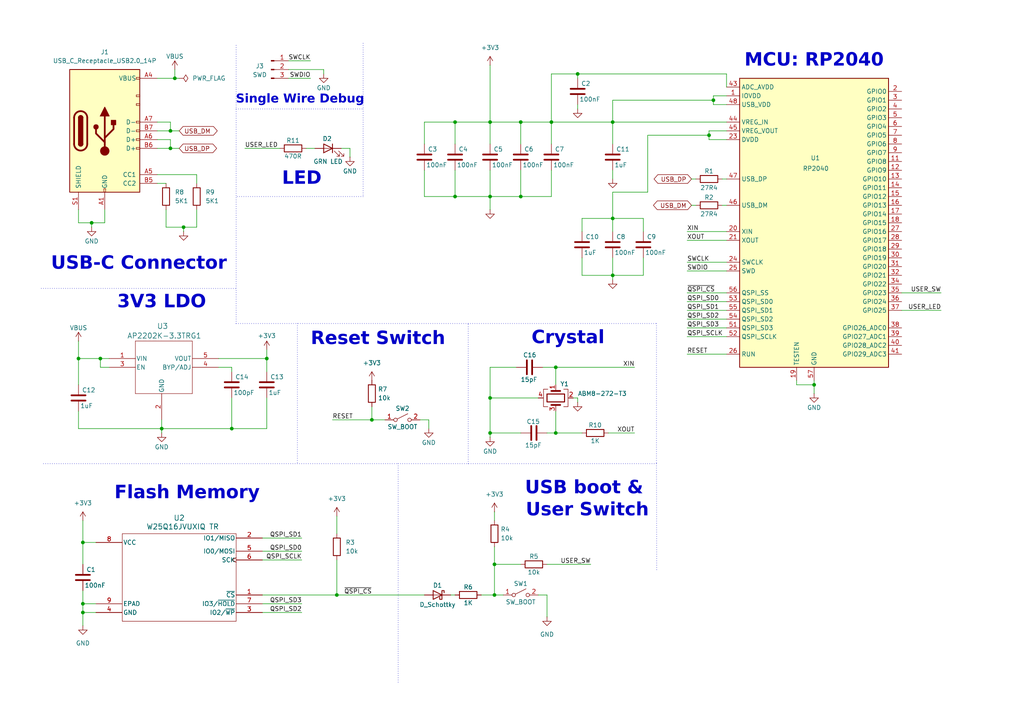
<source format=kicad_sch>
(kicad_sch (version 20231120) (generator "eeschema") (generator_version "8.0")
  (paper "A4")
  (lib_symbols
    (symbol "AP2202K-3.3TRG1:AP2202K-3.3TRG1" (pin_names (offset 0.254))
      (property "Reference" "U3" (at 15.494 9.398 0))
      (property "Value" "AP2202K-3.3TRG1" (at 16.002 6.604 0))
      (symbol "AP2202K-3.3TRG1_0_1"
        (polyline (pts (xy 7.62 -10.16) (xy 24.13 -10.16)) (stroke (width 0.127)))
        (polyline (pts (xy 7.62 5.08) (xy 7.62 -10.16)) (stroke (width 0.127)))
        (polyline (pts (xy 24.13 -10.16) (xy 24.13 5.08)) (stroke (width 0.127)))
        (polyline (pts (xy 24.13 5.08) (xy 7.62 5.08)) (stroke (width 0.127)))
        (pin input line (at 0 0 0) (length 7.62) (name "VIN") (number "1"))
        (pin power_out line (at 15.24 -17.78 90) (length 7.62) (name "GND") (number "2"))
        (pin input line (at 0 -2.54 0) (length 7.62) (name "EN") (number "3"))
        (pin output line (at 31.75 -2.54 180) (length 7.62) (name "BYP/ADJ") (number "4"))
        (pin output line (at 31.75 0 180) (length 7.62) (name "VOUT") (number "5"))
      )
    )
    (symbol "Connector:Conn_01x03_Pin" (pin_names (offset 1.016) hide)
      (property "Reference" "J" (at 0 5.08 0))
      (property "Value" "Conn_01x03_Pin" (at 0 -5.08 0))
      (symbol "Conn_01x03_Pin_1_1"
        (polyline (pts (xy 1.27 -2.54) (xy 0.8636 -2.54)) (stroke (width 0.1524)))
        (polyline (pts (xy 1.27 0) (xy 0.8636 0)) (stroke (width 0.1524)))
        (polyline (pts (xy 1.27 2.54) (xy 0.8636 2.54)) (stroke (width 0.1524)))
        (rectangle (start 0.8636 -2.413) (end 0 -2.667) (stroke (width 0.1524)) (fill (type outline)))
        (rectangle (start 0.8636 0.127) (end 0 -0.127) (stroke (width 0.1524)) (fill (type outline)))
        (rectangle (start 0.8636 2.667) (end 0 2.413) (stroke (width 0.1524)) (fill (type outline)))
        (pin passive line (at 5.08 2.54 180) (length 3.81) (name "Pin_1") (number "1"))
        (pin passive line (at 5.08 0 180) (length 3.81) (name "Pin_2") (number "2"))
        (pin passive line (at 5.08 -2.54 180) (length 3.81) (name "Pin_3") (number "3"))
      )
    )
    (symbol "Connector:USB_C_Receptacle_USB2.0_14P" (pin_names (offset 1.016))
      (property "Reference" "J1" (at 0 22.86 0))
      (property "Value" "USB_C_Receptacle_USB2.0_14P" (at 0 20.32 0))
      (symbol "USB_C_Receptacle_USB2.0_14P_0_0"
        (rectangle (start -0.254 -17.78) (end 0.254 -16.764))
        (rectangle (start 10.16 -4.826) (end 9.144 -5.334))
        (rectangle (start 10.16 -2.286) (end 9.144 -2.794))
        (rectangle (start 10.16 0.254) (end 9.144 -0.254))
        (rectangle (start 10.16 2.794) (end 9.144 2.286))
        (rectangle (start 10.16 7.874) (end 9.144 7.366))
        (rectangle (start 10.16 10.414) (end 9.144 9.906))
        (rectangle (start 10.16 15.494) (end 9.144 14.986))
      )
      (symbol "USB_C_Receptacle_USB2.0_14P_0_1"
        (rectangle (start -10.16 17.78) (end 10.16 -17.78) (stroke (width 0.254)) (fill (type background)))
        (arc (start -8.89 -3.81) (mid -6.985 -5.7067) (end -5.08 -3.81) (stroke (width 0.508)))
        (arc (start -7.62 -3.81) (mid -6.985 -4.4423) (end -6.35 -3.81) (stroke (width 0.254)))
        (arc (start -7.62 -3.81) (mid -6.985 -4.4423) (end -6.35 -3.81) (stroke (width 0.254)) (fill (type outline)))
        (rectangle (start -7.62 -3.81) (end -6.35 3.81) (stroke (width 0.254)) (fill (type outline)))
        (arc (start -6.35 3.81) (mid -6.985 4.4423) (end -7.62 3.81) (stroke (width 0.254)))
        (arc (start -6.35 3.81) (mid -6.985 4.4423) (end -7.62 3.81) (stroke (width 0.254)) (fill (type outline)))
        (arc (start -5.08 3.81) (mid -6.985 5.7067) (end -8.89 3.81) (stroke (width 0.508)))
        (circle (center -2.54 1.143) (radius 0.635) (stroke (width 0.254)) (fill (type outline)))
        (circle (center 0 -5.842) (radius 1.27) (fill (type outline)))
        (polyline (pts (xy -8.89 -3.81) (xy -8.89 3.81)) (stroke (width 0.508)))
        (polyline (pts (xy -5.08 3.81) (xy -5.08 -3.81)) (stroke (width 0.508)))
        (polyline (pts (xy 0 -5.842) (xy 0 4.318)) (stroke (width 0.508)))
        (polyline (pts (xy 0 -3.302) (xy -2.54 -0.762) (xy -2.54 0.508)) (stroke (width 0.508)))
        (polyline (pts (xy 0 -2.032) (xy 2.54 0.508) (xy 2.54 1.778)) (stroke (width 0.508)))
        (polyline (pts (xy -1.27 4.318) (xy 0 6.858) (xy 1.27 4.318) (xy -1.27 4.318)) (stroke (width 0.254)) (fill (type outline)))
        (rectangle (start 1.905 1.778) (end 3.175 3.048) (stroke (width 0.254)) (fill (type outline)))
      )
      (symbol "USB_C_Receptacle_USB2.0_14P_1_1"
        (pin passive line (at 0 -22.86 90) (length 5.08) (name "GND") (number "A1"))
        (pin passive line (at 0 -22.86 90) (length 5.08) hide (name "GND") (number "A12"))
        (pin passive line (at 15.24 15.24 180) (length 5.08) (name "VBUS") (number "A4"))
        (pin bidirectional line (at 15.24 -12.7 180) (length 5.08) (name "CC1") (number "A5"))
        (pin bidirectional line (at 15.24 -2.54 180) (length 5.08) (name "D+") (number "A6"))
        (pin bidirectional line (at 15.24 2.54 180) (length 5.08) (name "D-") (number "A7"))
        (pin passive line (at 15.24 15.24 180) (length 5.08) hide (name "VBUS") (number "A9"))
        (pin passive line (at 0 -22.86 90) (length 5.08) hide (name "GND") (number "B1"))
        (pin passive line (at 0 -22.86 90) (length 5.08) hide (name "GND") (number "B12"))
        (pin passive line (at 15.24 15.24 180) (length 5.08) hide (name "VBUS") (number "B4"))
        (pin bidirectional line (at 15.24 -15.24 180) (length 5.08) (name "CC2") (number "B5"))
        (pin bidirectional line (at 15.24 -5.08 180) (length 5.08) (name "D+") (number "B6"))
        (pin bidirectional line (at 15.24 0 180) (length 5.08) (name "D-") (number "B7"))
        (pin passive line (at 15.24 15.24 180) (length 5.08) hide (name "VBUS") (number "B9"))
        (pin passive line (at -7.62 -22.86 90) (length 5.08) (name "SHIELD") (number "S1"))
      )
    )
    (symbol "Device:C" (pin_numbers hide) (pin_names (offset 0.254))
      (property "Reference" "C" (at 0.635 2.54 0))
      (property "Value" "C" (at 0.635 -2.54 0))
      (symbol "C_0_1"
        (polyline (pts (xy -2.032 -0.762) (xy 2.032 -0.762)) (stroke (width 0.508)))
        (polyline (pts (xy -2.032 0.762) (xy 2.032 0.762)) (stroke (width 0.508)))
      )
      (symbol "C_1_1"
        (pin passive line (at 0 3.81 270) (length 2.794) (name "~") (number "1"))
        (pin passive line (at 0 -3.81 90) (length 2.794) (name "~") (number "2"))
      )
    )
    (symbol "Device:Crystal_GND24" (pin_names (offset 1.016) hide)
      (property "Reference" "Y" (at 3.175 5.08 0))
      (property "Value" "Crystal_GND24" (at 3.175 3.175 0))
      (symbol "Crystal_GND24_0_1"
        (rectangle (start -1.143 2.54) (end 1.143 -2.54) (stroke (width 0.3048)))
        (polyline (pts (xy -2.54 0) (xy -2.032 0)))
        (polyline (pts (xy -2.032 -1.27) (xy -2.032 1.27)) (stroke (width 0.508)))
        (polyline (pts (xy 0 -3.81) (xy 0 -3.556)))
        (polyline (pts (xy 0 3.556) (xy 0 3.81)))
        (polyline (pts (xy 2.032 -1.27) (xy 2.032 1.27)) (stroke (width 0.508)))
        (polyline (pts (xy 2.032 0) (xy 2.54 0)))
        (polyline (pts (xy -2.54 -2.286) (xy -2.54 -3.556) (xy 2.54 -3.556) (xy 2.54 -2.286)))
        (polyline (pts (xy -2.54 2.286) (xy -2.54 3.556) (xy 2.54 3.556) (xy 2.54 2.286)))
      )
      (symbol "Crystal_GND24_1_1"
        (pin passive line (at -3.81 0 0) (length 1.27) (name "1") (number "1"))
        (pin passive line (at 0 5.08 270) (length 1.27) (name "2") (number "2"))
        (pin passive line (at 3.81 0 180) (length 1.27) (name "3") (number "3"))
        (pin passive line (at 0 -5.08 90) (length 1.27) (name "4") (number "4"))
      )
    )
    (symbol "Device:D_Schottky" (pin_numbers hide) (pin_names (offset 1.016) hide)
      (property "Reference" "D" (at 0 2.54 0))
      (property "Value" "D_Schottky" (at 0 -2.54 0))
      (symbol "D_Schottky_0_1"
        (polyline (pts (xy 1.27 0) (xy -1.27 0)))
        (polyline (pts (xy 1.27 1.27) (xy 1.27 -1.27) (xy -1.27 0) (xy 1.27 1.27)) (stroke (width 0.254)))
        (polyline (pts (xy -1.905 0.635) (xy -1.905 1.27) (xy -1.27 1.27) (xy -1.27 -1.27) (xy -0.635 -1.27) (xy -0.635 -0.635)) (stroke (width 0.254)))
      )
      (symbol "D_Schottky_1_1"
        (pin passive line (at -3.81 0 0) (length 2.54) (name "K") (number "1"))
        (pin passive line (at 3.81 0 180) (length 2.54) (name "A") (number "2"))
      )
    )
    (symbol "Device:LED" (pin_numbers hide) (pin_names (offset 1.016) hide)
      (property "Reference" "D" (at 0 2.54 0))
      (property "Value" "LED" (at 0 -2.54 0))
      (symbol "LED_0_1"
        (polyline (pts (xy -1.27 -1.27) (xy -1.27 1.27)) (stroke (width 0.254)))
        (polyline (pts (xy -1.27 0) (xy 1.27 0)))
        (polyline (pts (xy 1.27 -1.27) (xy 1.27 1.27) (xy -1.27 0) (xy 1.27 -1.27)) (stroke (width 0.254)))
        (polyline (pts (xy -3.048 -0.762) (xy -4.572 -2.286) (xy -3.81 -2.286) (xy -4.572 -2.286) (xy -4.572 -1.524)))
        (polyline (pts (xy -1.778 -0.762) (xy -3.302 -2.286) (xy -2.54 -2.286) (xy -3.302 -2.286) (xy -3.302 -1.524)))
      )
      (symbol "LED_1_1"
        (pin passive line (at -3.81 0 0) (length 2.54) (name "K") (number "1"))
        (pin passive line (at 3.81 0 180) (length 2.54) (name "A") (number "2"))
      )
    )
    (symbol "Device:R" (pin_numbers hide) (pin_names (offset 0))
      (property "Reference" "R" (at 2.032 0 90))
      (property "Value" "R" (at 0 0 90))
      (symbol "R_0_1"
        (rectangle (start -1.016 -2.54) (end 1.016 2.54) (stroke (width 0.254)))
      )
      (symbol "R_1_1"
        (pin passive line (at 0 3.81 270) (length 1.27) (name "~") (number "1"))
        (pin passive line (at 0 -3.81 90) (length 1.27) (name "~") (number "2"))
      )
    )
    (symbol "MCU_RaspberryPi:RP2040"
      (property "Reference" "U1" (at 2.1941 -44.45 0))
      (property "Value" "RP2040" (at 2.1941 -46.99 0))
      (symbol "RP2040_0_1"
        (rectangle (start -21.59 41.91) (end 21.59 -41.91) (stroke (width 0.254)) (fill (type background)))
      )
      (symbol "RP2040_1_1"
        (pin power_in line (at -25.4 36.83 0) (length 3.81) (name "IOVDD") (number "1"))
        (pin passive line (at 2.54 45.72 270) (length 3.81) hide (name "IOVDD") (number "10"))
        (pin bidirectional line (at 25.4 17.78 180) (length 3.81) (name "GPIO8") (number "11"))
        (pin bidirectional line (at 25.4 15.24 180) (length 3.81) (name "GPIO9") (number "12"))
        (pin bidirectional line (at 25.4 12.7 180) (length 3.81) (name "GPIO10") (number "13"))
        (pin bidirectional line (at 25.4 10.16 180) (length 3.81) (name "GPIO11") (number "14"))
        (pin bidirectional line (at 25.4 7.62 180) (length 3.81) (name "GPIO12") (number "15"))
        (pin bidirectional line (at 25.4 5.08 180) (length 3.81) (name "GPIO13") (number "16"))
        (pin bidirectional line (at 25.4 2.54 180) (length 3.81) (name "GPIO14") (number "17"))
        (pin bidirectional line (at 25.4 0 180) (length 3.81) (name "GPIO15") (number "18"))
        (pin input line (at -5.08 -45.72 90) (length 3.81) (name "TESTEN") (number "19"))
        (pin bidirectional line (at 25.4 38.1 180) (length 3.81) (name "GPIO0") (number "2"))
        (pin input line (at -25.4 -2.54 0) (length 3.81) (name "XIN") (number "20"))
        (pin passive line (at -25.4 -5.08 0) (length 3.81) (name "XOUT") (number "21"))
        (pin passive line (at 2.54 45.72 270) (length 3.81) hide (name "IOVDD") (number "22"))
        (pin power_in line (at -25.4 24.13 0) (length 3.81) (name "DVDD") (number "23"))
        (pin input line (at -25.4 -11.43 0) (length 3.81) (name "SWCLK") (number "24"))
        (pin bidirectional line (at -25.4 -13.97 0) (length 3.81) (name "SWD") (number "25"))
        (pin input line (at -25.4 -38.1 0) (length 3.81) (name "RUN") (number "26"))
        (pin bidirectional line (at 25.4 -2.54 180) (length 3.81) (name "GPIO16") (number "27"))
        (pin bidirectional line (at 25.4 -5.08 180) (length 3.81) (name "GPIO17") (number "28"))
        (pin bidirectional line (at 25.4 -7.62 180) (length 3.81) (name "GPIO18") (number "29"))
        (pin bidirectional line (at 25.4 35.56 180) (length 3.81) (name "GPIO1") (number "3"))
        (pin bidirectional line (at 25.4 -10.16 180) (length 3.81) (name "GPIO19") (number "30"))
        (pin bidirectional line (at 25.4 -12.7 180) (length 3.81) (name "GPIO20") (number "31"))
        (pin bidirectional line (at 25.4 -15.24 180) (length 3.81) (name "GPIO21") (number "32"))
        (pin passive line (at 2.54 45.72 270) (length 3.81) hide (name "IOVDD") (number "33"))
        (pin bidirectional line (at 25.4 -17.78 180) (length 3.81) (name "GPIO22") (number "34"))
        (pin bidirectional line (at 25.4 -20.32 180) (length 3.81) (name "GPIO23") (number "35"))
        (pin bidirectional line (at 25.4 -22.86 180) (length 3.81) (name "GPIO24") (number "36"))
        (pin bidirectional line (at 25.4 -25.4 180) (length 3.81) (name "GPIO25") (number "37"))
        (pin bidirectional line (at 25.4 -30.48 180) (length 3.81) (name "GPIO26_ADC0") (number "38"))
        (pin bidirectional line (at 25.4 -33.02 180) (length 3.81) (name "GPIO27_ADC1") (number "39"))
        (pin bidirectional line (at 25.4 33.02 180) (length 3.81) (name "GPIO2") (number "4"))
        (pin bidirectional line (at 25.4 -35.56 180) (length 3.81) (name "GPIO28_ADC2") (number "40"))
        (pin bidirectional line (at 25.4 -38.1 180) (length 3.81) (name "GPIO29_ADC3") (number "41"))
        (pin passive line (at 2.54 45.72 270) (length 3.81) hide (name "IOVDD") (number "42"))
        (pin power_in line (at -25.4 39.37 0) (length 3.81) (name "ADC_AVDD") (number "43"))
        (pin power_in line (at -25.4 29.21 0) (length 3.81) (name "VREG_IN") (number "44"))
        (pin power_out line (at -25.4 26.67 0) (length 3.81) (name "VREG_VOUT") (number "45"))
        (pin bidirectional line (at -25.4 5.08 0) (length 3.81) (name "USB_DM") (number "46"))
        (pin bidirectional line (at -25.4 12.7 0) (length 3.81) (name "USB_DP") (number "47"))
        (pin power_in line (at -25.4 34.29 0) (length 3.81) (name "USB_VDD") (number "48"))
        (pin passive line (at 2.54 45.72 270) (length 3.81) hide (name "IOVDD") (number "49"))
        (pin bidirectional line (at 25.4 30.48 180) (length 3.81) (name "GPIO3") (number "5"))
        (pin passive line (at -2.54 45.72 270) (length 3.81) hide (name "DVDD") (number "50"))
        (pin bidirectional line (at -25.4 -30.48 0) (length 3.81) (name "QSPI_SD3") (number "51"))
        (pin output line (at -25.4 -33.02 0) (length 3.81) (name "QSPI_SCLK") (number "52"))
        (pin bidirectional line (at -25.4 -22.86 0) (length 3.81) (name "QSPI_SD0") (number "53"))
        (pin bidirectional line (at -25.4 -27.94 0) (length 3.81) (name "QSPI_SD2") (number "54"))
        (pin bidirectional line (at -25.4 -25.4 0) (length 3.81) (name "QSPI_SD1") (number "55"))
        (pin bidirectional line (at -25.4 -20.32 0) (length 3.81) (name "QSPI_SS") (number "56"))
        (pin power_in line (at 0 -45.72 90) (length 3.81) (name "GND") (number "57"))
        (pin bidirectional line (at 25.4 27.94 180) (length 3.81) (name "GPIO4") (number "6"))
        (pin bidirectional line (at 25.4 25.4 180) (length 3.81) (name "GPIO5") (number "7"))
        (pin bidirectional line (at 25.4 22.86 180) (length 3.81) (name "GPIO6") (number "8"))
        (pin bidirectional line (at 25.4 20.32 180) (length 3.81) (name "GPIO7") (number "9"))
      )
    )
    (symbol "Switch:SW_SPST" (pin_names (offset 0) hide)
      (property "Reference" "SW" (at 0 3.175 0))
      (property "Value" "SW_SPST" (at 0 -2.54 0))
      (symbol "SW_SPST_0_0"
        (circle (center -2.032 0) (radius 0.508))
        (polyline (pts (xy -1.524 0.254) (xy 1.524 1.778)))
        (circle (center 2.032 0) (radius 0.508))
      )
      (symbol "SW_SPST_1_1"
        (pin passive line (at -5.08 0 0) (length 2.54) (name "A") (number "1"))
        (pin passive line (at 5.08 0 180) (length 2.54) (name "B") (number "2"))
      )
    )
    (symbol "W25Q16JVUXIQ TR:W25Q16JVUXIQ_TR" (pin_names (offset 0.254))
      (property "Reference" "U2" (at 24.13 12.192 0))
      (property "Value" "W25Q16JVUXIQ TR" (at 25.146 9.652 0))
      (symbol "W25Q16JVUXIQ_TR_0_1"
        (polyline (pts (xy 7.62 -17.78) (xy 40.64 -17.78)) (stroke (width 0.127)))
        (polyline (pts (xy 7.62 7.62) (xy 7.62 -17.78)) (stroke (width 0.127)))
        (polyline (pts (xy 40.64 -17.78) (xy 40.64 7.62)) (stroke (width 0.127)))
        (polyline (pts (xy 40.64 7.62) (xy 7.62 7.62)) (stroke (width 0.127)))
      )
      (symbol "W25Q16JVUXIQ_TR_1_1"
        (pin input line (at 48.26 -10.16 180) (length 7.62) (name "~{CS}") (number "1"))
        (pin unspecified line (at 48.26 6.35 180) (length 7.62) (name "IO1/MISO") (number "2"))
        (pin unspecified line (at 48.26 -15.24 180) (length 7.62) (name "IO2/~{WP}") (number "3"))
        (pin power_out line (at 0 -15.24 0) (length 7.62) (name "GND") (number "4"))
        (pin bidirectional line (at 48.26 2.54 180) (length 7.62) (name "IO0/MOSI") (number "5"))
        (pin input clock (at 48.26 0 180) (length 7.62) (name "SCK") (number "6"))
        (pin unspecified line (at 48.26 -12.7 180) (length 7.62) (name "IO3/~{HOLD}") (number "7"))
        (pin power_in line (at 0 5.08 0) (length 7.62) (name "VCC") (number "8"))
        (pin unspecified line (at 0 -12.7 0) (length 7.62) (name "EPAD") (number "9"))
      )
    )
    (symbol "power:+3V3" (power) (pin_numbers hide) (pin_names (offset 0) hide)
      (property "Value" "+3V3" (at 0 3.556 0))
      (symbol "+3V3_0_1"
        (polyline (pts (xy -0.762 1.27) (xy 0 2.54)))
        (polyline (pts (xy 0 0) (xy 0 2.54)))
        (polyline (pts (xy 0 2.54) (xy 0.762 1.27)))
      )
      (symbol "+3V3_1_1"
        (pin power_in line (at 0 0 90) (length 0) (name "~") (number "1"))
      )
    )
    (symbol "power:GND" (power) (pin_numbers hide) (pin_names (offset 0) hide)
      (property "Value" "GND" (at 0 -3.81 0))
      (symbol "GND_0_1"
        (polyline (pts (xy 0 0) (xy 0 -1.27) (xy 1.27 -1.27) (xy 0 -2.54) (xy -1.27 -1.27) (xy 0 -1.27)))
      )
      (symbol "GND_1_1"
        (pin power_in line (at 0 0 270) (length 0) (name "~") (number "1"))
      )
    )
    (symbol "power:PWR_FLAG" (power) (pin_numbers hide) (pin_names (offset 0) hide)
      (property "Value" "PWR_FLAG" (at 0 3.81 0))
      (symbol "PWR_FLAG_0_0"
        (pin power_out line (at 0 0 90) (length 0) (name "~") (number "1"))
      )
      (symbol "PWR_FLAG_0_1"
        (polyline (pts (xy 0 0) (xy 0 1.27) (xy -1.016 1.905) (xy 0 2.54) (xy 1.016 1.905) (xy 0 1.27)))
      )
    )
    (symbol "power:VBUS" (power) (pin_numbers hide) (pin_names (offset 0) hide)
      (property "Value" "VBUS" (at 0 3.556 0))
      (symbol "VBUS_0_1"
        (polyline (pts (xy -0.762 1.27) (xy 0 2.54)))
        (polyline (pts (xy 0 0) (xy 0 2.54)))
        (polyline (pts (xy 0 2.54) (xy 0.762 1.27)))
      )
      (symbol "VBUS_1_1"
        (pin power_in line (at 0 0 90) (length 0) (name "~") (number "1"))
      )
    )
  )
  (junction (at 161.1959 125.5833))
  (junction (at 107.8559 121.7733))
  (junction (at 24.0359 157.3333))
  (junction (at 77.3759 103.9933))
  (junction (at 49.4359 37.9533))
  (junction (at 53.2459 65.8933))
  (junction (at 142.1459 115.4233))
  (junction (at 67.2159 124.3133))
  (junction (at 167.5459 21.4433))
  (junction (at 24.0359 177.6533))
  (junction (at 97.6959 172.5733))
  (junction (at 161.1959 106.5333))
  (junction (at 131.9859 35.4133))
  (junction (at 151.0359 57.0033))
  (junction (at 131.9859 57.0033))
  (junction (at 143.4159 163.6833))
  (junction (at 177.7059 63.3533))
  (junction (at 143.4159 172.5733))
  (junction (at 142.1459 125.5833))
  (junction (at 151.0359 35.4133))
  (junction (at 142.1459 35.4133))
  (junction (at 24.0359 175.1133))
  (junction (at 177.7059 35.4133))
  (junction (at 26.5759 64.6233))
  (junction (at 177.7059 79.8633))
  (junction (at 49.4359 43.0333))
  (junction (at 50.7059 22.7133))
  (junction (at 142.1459 57.0033))
  (junction (at 46.8959 124.3133))
  (junction (at 206.9159 29.0633))
  (junction (at 236.1259 111.6133))
  (junction (at 159.9259 35.4133))
  (junction (at 22.7659 103.9933))
  (junction (at 29.1159 103.9933))
  (junction (at 205.6459 39.2233))
  (wire (pts (xy 123.0959 41.7633) (xy 123.0959 35.4133)))
  (wire (pts (xy 88.8059 43.0333) (xy 91.3459 43.0333)))
  (polyline (pts (xy 135.7959 134.4733) (xy 135.7959 93.8333)) (stroke (width 0) (type dot)))
  (polyline (pts (xy 68.4859 93.8333) (xy 86.2659 93.8333)) (stroke (width 0) (type dot)))
  (wire (pts (xy 57.0559 65.8933) (xy 53.2459 65.8933)))
  (wire (pts (xy 177.7059 55.7333) (xy 187.8659 55.7333)))
  (wire (pts (xy 186.5959 67.1633) (xy 186.5959 63.3533)))
  (wire (pts (xy 187.8659 55.7333) (xy 187.8659 39.2233)))
  (wire (pts (xy 107.8559 117.9633) (xy 107.8559 121.7733)))
  (wire (pts (xy 45.6259 43.0333) (xy 49.4359 43.0333)))
  (wire (pts (xy 159.9259 21.4433) (xy 159.9259 35.4133)))
  (wire (pts (xy 199.2959 90.0233) (xy 210.7259 90.0233)))
  (wire (pts (xy 177.7059 67.1633) (xy 177.7059 63.3533)))
  (polyline (pts (xy 115.4759 134.4733) (xy 115.4759 197.9733)) (stroke (width 0) (type dot)))
  (wire (pts (xy 24.0359 163.6833) (xy 24.0359 157.3333)))
  (wire (pts (xy 77.3759 124.3133) (xy 67.2159 124.3133)))
  (polyline (pts (xy 105.3159 12.5533) (xy 105.3159 31.6033)) (stroke (width 0) (type dot)))
  (polyline (pts (xy 190.4059 93.8333) (xy 190.4059 134.4733)) (stroke (width 0) (type dot)))
  (wire (pts (xy 177.7059 29.0633) (xy 206.9159 29.0633)))
  (wire (pts (xy 143.4159 148.4433) (xy 143.4159 150.9833)))
  (wire (pts (xy 142.1459 106.5333) (xy 142.1459 115.4233)))
  (wire (pts (xy 24.0359 157.3333) (xy 27.8459 157.3333)))
  (wire (pts (xy 121.8259 121.7733) (xy 124.3659 121.7733)))
  (wire (pts (xy 76.1059 159.8733) (xy 87.5359 159.8733)))
  (wire (pts (xy 210.7259 21.4433) (xy 210.7259 25.2533)))
  (wire (pts (xy 158.6559 172.5733) (xy 158.6559 178.9233)))
  (wire (pts (xy 57.0559 60.8133) (xy 57.0559 65.8933)))
  (wire (pts (xy 158.6559 163.6833) (xy 171.3559 163.6833)))
  (wire (pts (xy 22.7659 64.6233) (xy 26.5759 64.6233)))
  (wire (pts (xy 76.1059 156.0633) (xy 87.5359 156.0633)))
  (wire (pts (xy 143.4159 158.6033) (xy 143.4159 163.6833)))
  (wire (pts (xy 67.2159 106.5333) (xy 67.2159 107.8033)))
  (wire (pts (xy 46.8959 124.3133) (xy 46.8959 125.5833)))
  (wire (pts (xy 159.9259 35.4133) (xy 177.7059 35.4133)))
  (wire (pts (xy 156.1159 115.4233) (xy 142.1459 115.4233)))
  (wire (pts (xy 161.1959 125.5833) (xy 168.8159 125.5833)))
  (wire (pts (xy 151.0359 163.6833) (xy 143.4159 163.6833)))
  (wire (pts (xy 123.0959 35.4133) (xy 131.9859 35.4133)))
  (wire (pts (xy 76.1059 172.5733) (xy 97.6959 172.5733)))
  (wire (pts (xy 124.3659 121.7733) (xy 124.3659 124.3133)))
  (wire (pts (xy 161.1959 106.5333) (xy 161.1959 111.6133)))
  (wire (pts (xy 49.4359 35.4133) (xy 49.4359 37.9533)))
  (wire (pts (xy 22.7659 103.9933) (xy 29.1159 103.9933)))
  (wire (pts (xy 168.8159 79.8633) (xy 177.7059 79.8633)))
  (polyline (pts (xy 12.6059 134.4733) (xy 115.4759 134.4733)) (stroke (width 0) (type dot)))
  (wire (pts (xy 22.7659 119.2333) (xy 22.7659 124.3133)))
  (wire (pts (xy 31.6559 106.5333) (xy 29.1159 106.5333)))
  (wire (pts (xy 159.9259 35.4133) (xy 159.9259 41.7633)))
  (wire (pts (xy 22.7659 124.3133) (xy 46.8959 124.3133)))
  (wire (pts (xy 143.4159 163.6833) (xy 143.4159 172.5733)))
  (wire (pts (xy 45.6259 35.4133) (xy 49.4359 35.4133)))
  (wire (pts (xy 29.1159 106.5333) (xy 29.1159 103.9933)))
  (wire (pts (xy 210.7259 30.3333) (xy 206.9159 30.3333)))
  (wire (pts (xy 76.1059 175.1133) (xy 87.5359 175.1133)))
  (wire (pts (xy 45.6259 53.1933) (xy 48.1659 53.1933)))
  (wire (pts (xy 67.2159 124.3133) (xy 46.8959 124.3133)))
  (wire (pts (xy 199.2959 95.1033) (xy 210.7259 95.1033)))
  (wire (pts (xy 50.7059 20.1733) (xy 50.7059 22.7133)))
  (wire (pts (xy 142.1459 49.3833) (xy 142.1459 57.0033)))
  (wire (pts (xy 45.6259 37.9533) (xy 49.4359 37.9533)))
  (wire (pts (xy 53.2459 67.1633) (xy 53.2459 65.8933)))
  (wire (pts (xy 206.9159 30.3333) (xy 206.9159 29.0633)))
  (wire (pts (xy 67.2159 115.4233) (xy 67.2159 124.3133)))
  (wire (pts (xy 151.0359 35.4133) (xy 151.0359 41.7633)))
  (wire (pts (xy 151.0359 35.4133) (xy 159.9259 35.4133)))
  (wire (pts (xy 45.6259 22.7133) (xy 50.7059 22.7133)))
  (wire (pts (xy 130.7159 172.5733) (xy 131.9859 172.5733)))
  (wire (pts (xy 176.4359 125.5833) (xy 184.0559 125.5833)))
  (wire (pts (xy 199.2959 97.6433) (xy 210.7259 97.6433)))
  (wire (pts (xy 199.2959 92.5633) (xy 210.7259 92.5633)))
  (wire (pts (xy 199.2959 76.0533) (xy 210.7259 76.0533)))
  (wire (pts (xy 71.0259 43.0333) (xy 81.1859 43.0333)))
  (wire (pts (xy 48.1659 65.8933) (xy 53.2459 65.8933)))
  (wire (pts (xy 205.6459 40.4933) (xy 210.7259 40.4933)))
  (wire (pts (xy 77.3759 103.9933) (xy 77.3759 101.4533)))
  (wire (pts (xy 30.3859 60.8133) (xy 30.3859 64.6233)))
  (wire (pts (xy 168.8159 67.1633) (xy 168.8159 63.3533)))
  (wire (pts (xy 261.5259 90.0233) (xy 272.9559 90.0233)))
  (wire (pts (xy 167.5459 22.7133) (xy 167.5459 21.4433)))
  (wire (pts (xy 142.1459 115.4233) (xy 142.1459 125.5833)))
  (wire (pts (xy 30.3859 64.6233) (xy 26.5759 64.6233)))
  (polyline (pts (xy 135.7959 93.8333) (xy 86.2659 93.8333)) (stroke (width 0) (type dot)))
  (wire (pts (xy 97.6959 149.7133) (xy 97.6959 154.7933)))
  (wire (pts (xy 231.0459 110.3433) (xy 231.0459 111.6133)))
  (wire (pts (xy 199.2959 84.9433) (xy 210.7259 84.9433)))
  (wire (pts (xy 77.3759 115.4233) (xy 77.3759 124.3133)))
  (wire (pts (xy 177.7059 74.7833) (xy 177.7059 79.8633)))
  (wire (pts (xy 199.2959 87.4833) (xy 210.7259 87.4833)))
  (wire (pts (xy 168.8159 63.3533) (xy 177.7059 63.3533)))
  (wire (pts (xy 45.6259 50.6533) (xy 57.0559 50.6533)))
  (wire (pts (xy 57.0559 50.6533) (xy 57.0559 53.1933)))
  (polyline (pts (xy 105.3159 31.6033) (xy 105.3159 57.0033)) (stroke (width 0) (type dot)))
  (wire (pts (xy 96.4259 121.7733) (xy 107.8559 121.7733)))
  (wire (pts (xy 131.9859 35.4133) (xy 142.1459 35.4133)))
  (wire (pts (xy 142.1459 125.5833) (xy 151.0359 125.5833)))
  (polyline (pts (xy 115.4759 134.4733) (xy 190.4059 134.4733)) (stroke (width 0) (type dot)))
  (wire (pts (xy 49.4359 43.0333) (xy 51.9759 43.0333)))
  (wire (pts (xy 177.7059 63.3533) (xy 177.7059 55.7333)))
  (wire (pts (xy 142.1459 125.5833) (xy 142.1459 126.8533)))
  (wire (pts (xy 139.6059 172.5733) (xy 143.4159 172.5733)))
  (wire (pts (xy 261.5259 84.9433) (xy 272.9559 84.9433)))
  (wire (pts (xy 186.5959 74.7833) (xy 186.5959 79.8633)))
  (polyline (pts (xy 135.7959 93.8333) (xy 190.4059 93.8333)) (stroke (width 0) (type dot)))
  (wire (pts (xy 63.4059 106.5333) (xy 67.2159 106.5333)))
  (wire (pts (xy 123.0959 49.3833) (xy 123.0959 57.0033)))
  (wire (pts (xy 93.8859 20.1733) (xy 93.8859 21.4433)))
  (polyline (pts (xy 86.2659 93.8333) (xy 86.2659 134.4733)) (stroke (width 0) (type dot)))
  (wire (pts (xy 24.0359 175.1133) (xy 24.0359 177.6533)))
  (wire (pts (xy 142.1459 60.8133) (xy 142.1459 57.0033)))
  (wire (pts (xy 210.7259 27.7933) (xy 206.9159 27.7933)))
  (wire (pts (xy 236.1259 111.6133) (xy 236.1259 114.1533)))
  (wire (pts (xy 167.5459 115.4233) (xy 166.2759 115.4233)))
  (wire (pts (xy 199.2959 102.7233) (xy 210.7259 102.7233)))
  (polyline (pts (xy 190.4059 134.4733) (xy 190.4724 165.6628)) (stroke (width 0) (type dot)))
  (wire (pts (xy 161.1959 119.2333) (xy 161.1959 125.5833)))
  (wire (pts (xy 177.7059 79.8633) (xy 186.5959 79.8633)))
  (wire (pts (xy 83.7259 17.6333) (xy 90.0759 17.6333)))
  (wire (pts (xy 24.0359 150.9833) (xy 24.0359 157.3333)))
  (wire (pts (xy 98.9659 43.0333) (xy 101.5059 43.0333)))
  (wire (pts (xy 177.7059 41.7633) (xy 177.7059 35.4133)))
  (wire (pts (xy 167.5459 116.6933) (xy 167.5459 115.4233)))
  (wire (pts (xy 131.9859 49.3833) (xy 131.9859 57.0033)))
  (wire (pts (xy 205.6459 37.9533) (xy 205.6459 39.2233)))
  (wire (pts (xy 24.0359 177.6533) (xy 24.0359 181.4633)))
  (wire (pts (xy 209.4559 59.5433) (xy 210.7259 59.5433)))
  (wire (pts (xy 151.0359 49.3833) (xy 151.0359 57.0033)))
  (wire (pts (xy 143.4159 172.5733) (xy 145.9559 172.5733)))
  (wire (pts (xy 63.4059 103.9933) (xy 77.3759 103.9933)))
  (wire (pts (xy 45.6259 40.4933) (xy 49.4359 40.4933)))
  (wire (pts (xy 97.6959 162.4133) (xy 97.6959 172.5733)))
  (polyline (pts (xy 68.4859 93.8333) (xy 68.4859 12.5533)) (stroke (width 0) (type dot)))
  (wire (pts (xy 151.0359 57.0033) (xy 142.1459 57.0033)))
  (wire (pts (xy 187.8659 39.2233) (xy 205.6459 39.2233)))
  (wire (pts (xy 149.7659 106.5333) (xy 142.1459 106.5333)))
  (wire (pts (xy 76.1059 162.4133) (xy 87.5359 162.4133)))
  (wire (pts (xy 31.6559 103.9933) (xy 29.1159 103.9933)))
  (wire (pts (xy 131.9859 35.4133) (xy 131.9859 41.7633)))
  (wire (pts (xy 49.4359 37.9533) (xy 51.9759 37.9533)))
  (wire (pts (xy 199.2959 67.1633) (xy 210.7259 67.1633)))
  (wire (pts (xy 51.9759 22.7133) (xy 50.7059 22.7133)))
  (wire (pts (xy 83.7259 20.1733) (xy 93.8859 20.1733)))
  (wire (pts (xy 210.7259 37.9533) (xy 205.6459 37.9533)))
  (wire (pts (xy 168.8159 74.7833) (xy 168.8159 79.8633)))
  (polyline (pts (xy 68.4859 31.6033) (xy 105.3159 31.6033)) (stroke (width 0) (type dot)))
  (wire (pts (xy 209.4559 51.9233) (xy 210.7259 51.9233)))
  (wire (pts (xy 159.9259 57.0033) (xy 151.0359 57.0033)))
  (wire (pts (xy 48.1659 60.8133) (xy 48.1659 65.8933)))
  (wire (pts (xy 177.7059 35.4133) (xy 210.7259 35.4133)))
  (wire (pts (xy 236.1259 110.3433) (xy 236.1259 111.6133)))
  (wire (pts (xy 101.5059 43.0333) (xy 101.5059 45.5733)))
  (wire (pts (xy 22.7659 98.9133) (xy 22.7659 103.9933)))
  (wire (pts (xy 199.2959 78.5933) (xy 210.7259 78.5933)))
  (wire (pts (xy 159.9259 49.3833) (xy 159.9259 57.0033)))
  (wire (pts (xy 27.8459 177.6533) (xy 24.0359 177.6533)))
  (wire (pts (xy 201.8359 59.5433) (xy 200.5659 59.5433)))
  (wire (pts (xy 24.0359 171.3033) (xy 24.0359 175.1133)))
  (wire (pts (xy 199.2959 69.7033) (xy 210.7259 69.7033)))
  (wire (pts (xy 167.5459 21.4433) (xy 210.7259 21.4433)))
  (wire (pts (xy 231.0459 111.6133) (xy 236.1259 111.6133)))
  (wire (pts (xy 177.7059 49.3833) (xy 177.7059 51.9233)))
  (wire (pts (xy 142.1459 18.9033) (xy 142.1459 35.4133)))
  (wire (pts (xy 26.5759 65.8933) (xy 26.5759 64.6233)))
  (wire (pts (xy 184.0559 106.5333) (xy 161.1959 106.5333)))
  (wire (pts (xy 22.7659 103.9933) (xy 22.7659 111.6133)))
  (wire (pts (xy 177.7059 29.0633) (xy 177.7059 35.4133)))
  (wire (pts (xy 123.0959 57.0033) (xy 131.9859 57.0033)))
  (wire (pts (xy 76.1059 177.6533) (xy 87.5359 177.6533)))
  (wire (pts (xy 22.7659 60.8133) (xy 22.7659 64.6233)))
  (wire (pts (xy 205.6459 39.2233) (xy 205.6459 40.4933)))
  (wire (pts (xy 49.4359 40.4933) (xy 49.4359 43.0333)))
  (wire (pts (xy 142.1459 35.4133) (xy 142.1459 41.7633)))
  (wire (pts (xy 177.7059 81.1333) (xy 177.7059 79.8633)))
  (polyline (pts (xy 11.9701 83.6559) (xy 68.4859 83.6733)) (stroke (width 0) (type dot)))
  (polyline (pts (xy 105.3159 57.0033) (xy 68.4859 57.0033)) (stroke (width 0) (type dot)))
  (wire (pts (xy 161.1959 125.5833) (xy 158.6559 125.5833)))
  (wire (pts (xy 167.5459 30.3333) (xy 167.5459 31.6033)))
  (wire (pts (xy 206.9159 29.0633) (xy 206.9159 27.7933)))
  (wire (pts (xy 159.9259 21.4433) (xy 167.5459 21.4433)))
  (wire (pts (xy 131.9859 57.0033) (xy 142.1459 57.0033)))
  (wire (pts (xy 97.6959 172.5733) (xy 123.0959 172.5733)))
  (wire (pts (xy 46.8959 121.7733) (xy 46.8959 124.3133)))
  (wire (pts (xy 77.3759 103.9933) (xy 77.3759 107.8033)))
  (wire (pts (xy 157.3859 106.5333) (xy 161.1959 106.5333)))
  (wire (pts (xy 27.8459 175.1133) (xy 24.0359 175.1133)))
  (wire (pts (xy 186.5959 63.3533) (xy 177.7059 63.3533)))
  (wire (pts (xy 156.1159 172.5733) (xy 158.6559 172.5733)))
  (wire (pts (xy 142.1459 35.4133) (xy 151.0359 35.4133)))
  (wire (pts (xy 201.8359 51.9233) (xy 200.5659 51.9233)))
  (wire (pts (xy 111.6659 121.7733) (xy 107.8559 121.7733)))
  (wire (pts (xy 83.7259 22.7133) (xy 90.0759 22.7133)))
  (text "USB boot & \nUser Switch" (at 170.3399 145.9033 0) (effects (font (size 3.81 3.81))))
  (text "Reset Switch\n" (at 109.6339 99.4213 0) (effects (font (size 3.81 3.81))))
  (text "USB-C Connector" (at 40.2919 77.5773 0) (effects (font (size 3.81 3.81))))
  (text "Flash Memory" (at 54.2619 144.1253 0) (effects (font (size 3.81 3.81))))
  (text "MCU: RP2040" (at 236.1259 18.6493 0) (effects (font (size 3.81 3.81))))
  (text "3V3 LDO" (at 46.8959 88.7533 0) (effects (font (size 3.81 3.81))))
  (text "LED" (at 87.5359 52.9393 0) (effects (font (size 3.81 3.81))))
  (text "Crystal" (at 164.7519 99.1673 0) (effects (font (size 3.81 3.81))))
  (text "Single Wire Debug" (at 87.0279 29.5713 0) (effects (font (size 2.54 2.54))))
  (label "XOUT" (at 184.0559 125.5833 180))
  (label "RESET" (at 96.4259 121.7733 0))
  (label "XOUT" (at 199.2959 69.7033 0))
  (label "QSPI_SCLK" (at 199.2959 97.6433 0))
  (label "USER_LED" (at 71.0259 43.0333 0))
  (label "QSPI_SD2" (at 87.5359 177.6533 180))
  (label "QSPI_SD2" (at 199.2959 92.5633 0))
  (label "USER_SW" (at 272.9559 84.9433 180))
  (label "QSPI_SD3" (at 199.2959 95.1033 0))
  (label "USER_SW" (at 171.3559 163.6833 180))
  (label "~{QSPI_CS}" (at 199.2959 84.9433 0))
  (label "~{QSPI_CS}" (at 107.8559 172.5733 180))
  (label "SWCLK" (at 90.0759 17.6333 180))
  (label "QSPI_SD1" (at 87.5359 156.0633 180))
  (label "XIN" (at 199.2959 67.1633 0))
  (label "QSPI_SCLK" (at 87.5359 162.4133 180))
  (label "QSPI_SD3" (at 87.5359 175.1133 180))
  (label "SWDIO" (at 199.2959 78.5933 0))
  (label "XIN" (at 184.0559 106.5333 180))
  (label "SWDIO" (at 90.0759 22.7133 180))
  (label "RESET" (at 199.2959 102.7233 0))
  (label "QSPI_SD1" (at 199.2959 90.0233 0))
  (label "QSPI_SD0" (at 199.2959 87.4833 0))
  (label "SWCLK" (at 199.2959 76.0533 0))
  (label "QSPI_SD0" (at 87.5359 159.8733 180))
  (label "USER_LED" (at 272.9559 90.0233 180))
  (global_label "USB_DM" (shape bidirectional) (at 200.5659 59.5433 180) (property "Intersheetrefs" "${INTERSHEET_REFS}" (effects (hide yes))))
  (global_label "USB_DM" (shape bidirectional) (at 51.9759 37.9533 0) (property "Intersheetrefs" "${INTERSHEET_REFS}" (effects (hide yes))))
  (global_label "USB_DP" (shape bidirectional) (at 200.5659 51.9233 180) (property "Intersheetrefs" "${INTERSHEET_REFS}" (effects (hide yes))))
  (global_label "USB_DP" (shape bidirectional) (at 51.9759 43.0333 0) (property "Intersheetrefs" "${INTERSHEET_REFS}" (effects (hide yes))))
  (symbol (lib_id "Device:R") (at 154.8459 163.6833 90) (unit 1)
    (property "Reference" "R5" (at 154.8459 161.3973 90))
    (property "Value" "10k" (at 154.8459 165.9693 90))
    (property "Description" "Resistor" (effects (hide yes)))
  )
  (symbol (lib_id "power:GND") (at 93.8859 21.4433 0) (unit 1)
    (property "Reference" "#PWR023" (effects (hide yes)))
    (property "Value" "GND" (at 93.8859 25.5073 0))
    (property "Description" "Power symbol creates a global label with name \"GND\" , ground" (effects (hide yes)))
  )
  (symbol (lib_id "Device:C") (at 186.5959 70.9733 0) (unit 1)
    (property "Reference" "C9" (at 187.6119 68.6873 0) (effects (justify left)))
    (property "Value" "100nF" (at 187.1039 73.2593 0) (effects (justify left)))
    (property "Description" "Unpolarized capacitor" (effects (hide yes)))
  )
  (symbol (lib_id "power:GND") (at 177.7059 51.9233 0) (unit 1)
    (property "Reference" "#PWR012" (effects (hide yes)))
    (property "Value" "GND" (effects (hide yes)))
    (property "Description" "Power symbol creates a global label with name \"GND\" , ground" (effects (hide yes)))
  )
  (symbol (lib_id "Device:C") (at 131.9859 45.5733 0) (unit 1)
    (property "Reference" "C4" (at 133.0019 43.2873 0) (effects (justify left)))
    (property "Value" "100nF" (at 132.4939 47.8593 0) (effects (justify left)))
    (property "Description" "Unpolarized capacitor" (effects (hide yes)))
  )
  (symbol (lib_id "Connector:Conn_01x03_Pin") (at 78.6459 20.1733 0) (unit 1)
    (property "Reference" "J3" (at 75.3439 19.1573 0))
    (property "Value" "SWD" (at 75.3439 21.6973 0))
    (property "Description" "Generic connector, single row, 01x03, script generated" (effects (hide yes)))
  )
  (symbol (lib_id "power:GND") (at 53.2459 67.1633 0) (unit 1)
    (property "Reference" "#PWR016" (effects (hide yes)))
    (property "Value" "GND" (effects (hide yes)))
    (property "Description" "Power symbol creates a global label with name \"GND\" , ground" (effects (hide yes)))
  )
  (symbol (lib_id "power:+3V3") (at 77.3759 101.4533 0) (unit 1)
    (property "Reference" "#PWR019" (effects (hide yes)))
    (property "Value" "+3V3" (at 77.3759 97.3893 0))
    (property "Description" "Power symbol creates a global label with name \"+3V3\"" (effects (hide yes)))
  )
  (symbol (lib_id "power:VBUS") (at 50.7059 20.1733 0) (unit 1)
    (property "Reference" "#PWR017" (effects (hide yes)))
    (property "Value" "VBUS" (at 50.7059 16.3633 0))
    (property "Description" "Power symbol creates a global label with name \"VBUS\"" (effects (hide yes)))
  )
  (symbol (lib_id "AP2202K-3.3TRG1:AP2202K-3.3TRG1") (at 31.6559 103.9933 0) (unit 1)
    (property "Reference" "U3" (at 47.1499 94.5953 0) (effects (font (size 1.524 1.524))))
    (property "Value" "AP2202K-3.3TRG1" (at 47.6579 97.3893 0) (effects (font (size 1.524 1.524))))
    (property "Footprint" "SOT-23-5_AP2202_DIO" (effects (hide yes)))
    (property "Datasheet" "AP2202K-3.3TRG1" (effects (hide yes)))
  )
  (symbol (lib_id "power:+3V3") (at 97.6959 149.7133 0) (unit 1)
    (property "Reference" "#PWR03" (effects (hide yes)))
    (property "Value" "+3V3" (at 97.6959 144.6333 0))
    (property "Description" "Power symbol creates a global label with name \"+3V3\"" (effects (hide yes)))
  )
  (symbol (lib_id "power:GND") (at 167.5459 31.6033 0) (unit 1)
    (property "Reference" "#PWR013" (effects (hide yes)))
    (property "Value" "GND" (effects (hide yes)))
    (property "Description" "Power symbol creates a global label with name \"GND\" , ground" (effects (hide yes)))
  )
  (symbol (lib_id "Device:C") (at 24.0359 167.4933 0) (unit 1)
    (property "Reference" "C1" (at 25.0519 165.2073 0) (effects (justify left)))
    (property "Value" "100nF" (at 24.5439 169.7793 0) (effects (justify left)))
    (property "Description" "Unpolarized capacitor" (effects (hide yes)))
  )
  (symbol (lib_id "power:VBUS") (at 22.7659 98.9133 0) (unit 1)
    (property "Reference" "#PWR018" (effects (hide yes)))
    (property "Value" "VBUS" (at 22.7659 95.1033 0))
    (property "Description" "Power symbol creates a global label with name \"VBUS\"" (effects (hide yes)))
  )
  (symbol (lib_id "Device:R") (at 143.4159 154.7933 0) (unit 1)
    (property "Reference" "R4" (at 145.1939 153.5233 0) (effects (justify left)))
    (property "Value" "10k" (at 145.1939 156.0633 0) (effects (justify left)))
    (property "Description" "Resistor" (effects (hide yes)))
  )
  (symbol (lib_id "Device:C") (at 77.3759 111.6133 0) (unit 1)
    (property "Reference" "C13" (at 78.3919 109.3273 0) (effects (justify left)))
    (property "Value" "1uF" (at 77.8839 113.8993 0) (effects (justify left)))
    (property "Description" "Unpolarized capacitor" (effects (hide yes)))
  )
  (symbol (lib_id "Device:R") (at 57.0559 57.0033 0) (unit 1)
    (property "Reference" "R9" (at 59.5959 55.7332 0) (effects (justify left)))
    (property "Value" "5K1" (at 59.5959 58.2732 0) (effects (justify left)))
    (property "Description" "Resistor" (effects (hide yes)))
  )
  (symbol (lib_id "W25Q16JVUXIQ TR:W25Q16JVUXIQ_TR") (at 27.8459 162.4133 0) (unit 1)
    (property "Reference" "U2" (at 51.9759 150.2213 0) (effects (font (size 1.524 1.524))))
    (property "Value" "W25Q16JVUXIQ TR" (at 52.9919 152.7613 0) (effects (font (size 1.524 1.524))))
    (property "Footprint" "USON-8_UX_2x3x0p6_WIN" (effects (hide yes)))
    (property "Datasheet" "W25Q16JVUXIQ TR" (effects (hide yes)))
  )
  (symbol (lib_id "power:GND") (at 101.5059 45.5733 0) (unit 1)
    (property "Reference" "#PWR024" (effects (hide yes)))
    (property "Value" "GND" (at 101.5059 49.6373 0))
    (property "Description" "Power symbol creates a global label with name \"GND\" , ground" (effects (hide yes)))
  )
  (symbol (lib_id "Device:C") (at 22.7659 115.4233 0) (unit 1)
    (property "Reference" "C12" (at 23.7819 113.1373 0) (effects (justify left)))
    (property "Value" "1uF" (at 23.2739 117.7093 0) (effects (justify left)))
    (property "Description" "Unpolarized capacitor" (effects (hide yes)))
  )
  (symbol (lib_id "Device:C") (at 154.8459 125.5833 90) (unit 1)
    (property "Reference" "C15" (at 156.6239 122.2813 90) (effects (justify left)))
    (property "Value" "15pF" (at 157.1319 129.1393 90) (effects (justify left)))
    (property "Description" "Unpolarized capacitor" (effects (hide yes)))
  )
  (symbol (lib_id "power:GND") (at 142.1459 60.8133 0) (unit 1)
    (property "Reference" "#PWR011" (effects (hide yes)))
    (property "Value" "GND" (effects (hide yes)))
    (property "Description" "Power symbol creates a global label with name \"GND\" , ground" (effects (hide yes)))
  )
  (symbol (lib_id "Device:R") (at 205.6459 51.9233 90) (unit 1)
    (property "Reference" "R1" (at 205.6459 49.6373 90))
    (property "Value" "27R4" (at 205.6459 54.4633 90))
    (property "Description" "Resistor" (effects (hide yes)))
  )
  (symbol (lib_id "power:+3V3") (at 143.4159 148.4433 0) (unit 1)
    (property "Reference" "#PWR05" (effects (hide yes)))
    (property "Value" "+3V3" (at 143.4159 143.3633 0))
    (property "Description" "Power symbol creates a global label with name \"+3V3\"" (effects (hide yes)))
  )
  (symbol (lib_id "power:GND") (at 177.7059 81.1333 0) (unit 1)
    (property "Reference" "#PWR010" (effects (hide yes)))
    (property "Value" "GND" (effects (hide yes)))
    (property "Description" "Power symbol creates a global label with name \"GND\" , ground" (effects (hide yes)))
  )
  (symbol (lib_id "power:PWR_FLAG") (at 51.9759 22.7133 270) (unit 1)
    (property "Reference" "#FLG01" (effects (hide yes)))
    (property "Value" "PWR_FLAG" (at 55.7859 22.7132 90) (effects (justify left)))
    (property "Description" "Special symbol for telling ERC where power comes from" (effects (hide yes)))
  )
  (symbol (lib_id "power:+3V3") (at 24.0359 150.9833 0) (unit 1)
    (property "Reference" "#PWR04" (effects (hide yes)))
    (property "Value" "+3V3" (at 24.0359 145.9033 0))
    (property "Description" "Power symbol creates a global label with name \"+3V3\"" (effects (hide yes)))
  )
  (symbol (lib_id "Device:R") (at 97.6959 158.6033 0) (unit 1)
    (property "Reference" "R3" (at 100.2359 157.3332 0) (effects (justify left)))
    (property "Value" "10k" (at 100.2359 159.8732 0) (effects (justify left)))
    (property "Description" "Resistor" (effects (hide yes)))
  )
  (symbol (lib_id "Device:C") (at 168.8159 70.9733 0) (unit 1)
    (property "Reference" "C10" (at 169.8319 68.6873 0) (effects (justify left)))
    (property "Value" "1uF" (at 169.3239 73.2593 0) (effects (justify left)))
    (property "Description" "Unpolarized capacitor" (effects (hide yes)))
  )
  (symbol (lib_id "Device:R") (at 205.6459 59.5433 90) (unit 1)
    (property "Reference" "R2" (at 205.6459 57.2573 90))
    (property "Value" "27R4" (at 205.6459 62.0833 90))
    (property "Description" "Resistor" (effects (hide yes)))
  )
  (symbol (lib_id "Device:C") (at 67.2159 111.6133 0) (unit 1)
    (property "Reference" "C14" (at 68.2319 109.3273 0) (effects (justify left)))
    (property "Value" "100pF" (at 67.7239 113.8993 0) (effects (justify left)))
    (property "Description" "Unpolarized capacitor" (effects (hide yes)))
  )
  (symbol (lib_id "Device:C") (at 167.5459 26.5233 0) (unit 1)
    (property "Reference" "C2" (at 168.5619 24.2373 0) (effects (justify left)))
    (property "Value" "100nF" (at 168.0539 28.8093 0) (effects (justify left)))
    (property "Description" "Unpolarized capacitor" (effects (hide yes)))
  )
  (symbol (lib_id "Device:C") (at 177.7059 45.5733 0) (unit 1)
    (property "Reference" "C11" (at 178.7219 43.2873 0) (effects (justify left)))
    (property "Value" "1uF" (at 178.2139 47.8593 0) (effects (justify left)))
    (property "Description" "Unpolarized capacitor" (effects (hide yes)))
  )
  (symbol (lib_id "power:GND") (at 46.8959 125.5833 0) (unit 1)
    (property "Reference" "#PWR020" (effects (hide yes)))
    (property "Value" "GND" (at 46.8959 129.6473 0))
    (property "Description" "Power symbol creates a global label with name \"GND\" , ground" (effects (hide yes)))
  )
  (symbol (lib_id "Device:R") (at 107.8559 114.1533 0) (unit 1)
    (property "Reference" "R7" (at 109.6339 112.8833 0) (effects (justify left)))
    (property "Value" "10k" (at 109.6339 115.4233 0) (effects (justify left)))
    (property "Description" "Resistor" (effects (hide yes)))
  )
  (symbol (lib_id "power:GND") (at 236.1259 114.1533 0) (unit 1)
    (property "Reference" "#PWR01" (effects (hide yes)))
    (property "Value" "GND" (at 236.1259 118.2173 0))
    (property "Description" "Power symbol creates a global label with name \"GND\" , ground" (effects (hide yes)))
  )
  (symbol (lib_id "Device:R") (at 135.7959 172.5733 90) (unit 1)
    (property "Reference" "R6" (at 135.7959 170.2873 90))
    (property "Value" "1K" (at 135.7959 174.8593 90))
    (property "Description" "Resistor" (effects (hide yes)))
  )
  (symbol (lib_id "Device:D_Schottky") (at 126.9059 172.5733 0) (mirror y) (unit 1)
    (property "Reference" "D1" (at 126.9059 169.7793 0))
    (property "Value" "D_Schottky" (at 126.9059 175.3673 0))
    (property "Description" "Schottky diode" (effects (hide yes)))
  )
  (symbol (lib_id "Device:R") (at 84.9959 43.0333 90) (unit 1)
    (property "Reference" "R11" (at 84.9959 40.7473 90))
    (property "Value" "470R" (at 84.9959 45.3193 90))
    (property "Description" "Resistor" (effects (hide yes)))
  )
  (symbol (lib_id "Device:C") (at 123.0959 45.5733 0) (unit 1)
    (property "Reference" "C3" (at 124.1119 43.2873 0) (effects (justify left)))
    (property "Value" "100nF" (at 123.6039 47.8593 0) (effects (justify left)))
    (property "Description" "Unpolarized capacitor" (effects (hide yes)))
  )
  (symbol (lib_id "Device:C") (at 142.1459 45.5733 0) (unit 1)
    (property "Reference" "C5" (at 143.1619 43.2873 0) (effects (justify left)))
    (property "Value" "100nF" (at 142.6539 47.8593 0) (effects (justify left)))
    (property "Description" "Unpolarized capacitor" (effects (hide yes)))
  )
  (symbol (lib_id "power:GND") (at 142.1459 126.8533 0) (unit 1)
    (property "Reference" "#PWR021" (effects (hide yes)))
    (property "Value" "GND" (at 142.1459 130.9173 0))
    (property "Description" "Power symbol creates a global label with name \"GND\" , ground" (effects (hide yes)))
  )
  (symbol (lib_id "Device:C") (at 159.9259 45.5733 0) (unit 1)
    (property "Reference" "C7" (at 160.9419 43.2873 0) (effects (justify left)))
    (property "Value" "100nF" (at 160.4339 47.8593 0) (effects (justify left)))
    (property "Description" "Unpolarized capacitor" (effects (hide yes)))
  )
  (symbol (lib_id "Device:C") (at 151.0359 45.5733 0) (unit 1)
    (property "Reference" "C6" (at 152.0519 43.2873 0) (effects (justify left)))
    (property "Value" "100nF" (at 151.5439 47.8593 0) (effects (justify left)))
    (property "Description" "Unpolarized capacitor" (effects (hide yes)))
  )
  (symbol (lib_id "Switch:SW_SPST") (at 151.0359 172.5733 0) (unit 1)
    (property "Reference" "SW1" (at 151.0359 169.2713 0))
    (property "Value" "SW_BOOT" (at 151.0359 174.6053 0))
    (property "Description" "Single Pole Single Throw (SPST) switch" (effects (hide yes)))
  )
  (symbol (lib_id "Device:C") (at 153.5759 106.5333 90) (unit 1)
    (property "Reference" "C16" (at 155.6079 102.9773 90) (effects (justify left)))
    (property "Value" "15pF" (at 155.8619 110.0893 90) (effects (justify left)))
    (property "Description" "Unpolarized capacitor" (effects (hide yes)))
  )
  (symbol (lib_id "MCU_RaspberryPi:RP2040") (at 236.1259 64.6233 0) (unit 1)
    (property "Reference" "U1" (at 235.1099 45.8273 0) (effects (justify left)))
    (property "Value" "RP2040" (at 232.8239 48.8753 0) (effects (justify left)))
    (property "Footprint" "Package_DFN_QFN:QFN-56-1EP_7x7mm_P0.4mm_EP3.2x3.2mm" (effects (hide yes)))
    (property "Datasheet" "https://datasheets.raspberrypi.com/rp2040/rp2040-datasheet.pdf" (effects (hide yes)))
    (property "Description" "A microcontroller by Raspberry Pi" (effects (hide yes)))
  )
  (symbol (lib_id "Switch:SW_SPST") (at 116.7459 121.7733 0) (unit 1)
    (property "Reference" "SW2" (at 116.7459 118.4713 0))
    (property "Value" "SW_BOOT" (at 116.7459 123.8053 0))
    (property "Description" "Single Pole Single Throw (SPST) switch" (effects (hide yes)))
  )
  (symbol (lib_id "Device:R") (at 48.1659 57.0033 0) (unit 1)
    (property "Reference" "R8" (at 50.7059 55.7332 0) (effects (justify left)))
    (property "Value" "5K1" (at 50.7059 58.2732 0) (effects (justify left)))
    (property "Description" "Resistor" (effects (hide yes)))
  )
  (symbol (lib_id "power:+3V3") (at 142.1459 18.9033 0) (unit 1)
    (property "Reference" "#PWR09" (effects (hide yes)))
    (property "Value" "+3V3" (at 142.1459 13.8233 0))
    (property "Description" "Power symbol creates a global label with name \"+3V3\"" (effects (hide yes)))
  )
  (symbol (lib_id "power:GND") (at 24.0359 181.4633 0) (unit 1)
    (property "Reference" "#PWR02" (effects (hide yes)))
    (property "Value" "GND" (at 24.0359 186.5433 0))
    (property "Description" "Power symbol creates a global label with name \"GND\" , ground" (effects (hide yes)))
  )
  (symbol (lib_id "power:GND") (at 158.6559 178.9233 0) (unit 1)
    (property "Reference" "#PWR06" (effects (hide yes)))
    (property "Value" "GND" (at 158.6559 184.0033 0))
    (property "Description" "Power symbol creates a global label with name \"GND\" , ground" (effects (hide yes)))
  )
  (symbol (lib_id "power:GND") (at 167.5459 116.6933 0) (unit 1)
    (property "Reference" "#PWR022" (effects (hide yes)))
    (property "Value" "GND" (effects (hide yes)))
    (property "Description" "Power symbol creates a global label with name \"GND\" , ground" (effects (hide yes)))
  )
  (symbol (lib_id "Device:Crystal_GND24") (at 161.1959 115.4233 270) (unit 1)
    (property "Reference" "Y1" (at 163.7359 111.3593 90))
    (property "Value" "ABM8-272-T3 " (at 175.1659 114.1533 90))
    (property "Description" "Four pin crystal, GND on pins 2 and 4" (effects (hide yes)))
  )
  (symbol (lib_id "Device:LED") (at 95.1559 43.0333 0) (mirror y) (unit 1)
    (property "Reference" "D2" (at 94.9019 40.2393 0))
    (property "Value" "GRN LED" (at 95.1559 46.8433 0))
    (property "Description" "Light emitting diode" (effects (hide yes)))
  )
  (symbol (lib_id "Connector:USB_C_Receptacle_USB2.0_14P") (at 30.3859 37.9533 0) (unit 1)
    (property "Reference" "J1" (at 30.3859 15.0933 0))
    (property "Value" "USB_C_Receptacle_USB2.0_14P" (at 30.3859 17.6333 0))
    (property "Datasheet" "https://www.usb.org/sites/default/files/documents/usb_type-c.zip" (effects (hide yes)))
    (property "Description" "USB 2.0-only 14P Type-C Receptacle connector" (effects (hide yes)))
  )
  (symbol (lib_id "power:GND") (at 124.3659 124.3133 0) (unit 1)
    (property "Reference" "#PWR08" (effects (hide yes)))
    (property "Value" "GND" (at 124.3659 128.3773 0))
    (property "Description" "Power symbol creates a global label with name \"GND\" , ground" (effects (hide yes)))
  )
  (symbol (lib_id "power:GND") (at 26.5759 65.8933 0) (unit 1)
    (property "Reference" "#PWR014" (effects (hide yes)))
    (property "Value" "GND" (at 26.5759 69.9573 0))
    (property "Description" "Power symbol creates a global label with name \"GND\" , ground" (effects (hide yes)))
  )
  (symbol (lib_id "Device:C") (at 177.7059 70.9733 0) (unit 1)
    (property "Reference" "C8" (at 178.7219 68.6873 0) (effects (justify left)))
    (property "Value" "100nF" (at 178.2139 73.2593 0) (effects (justify left)))
    (property "Description" "Unpolarized capacitor" (effects (hide yes)))
  )
  (symbol (lib_id "power:+3V3") (at 107.8559 110.3433 0) (unit 1)
    (property "Reference" "#PWR07" (effects (hide yes)))
    (property "Value" "+3V3" (at 107.8559 105.2633 0))
    (property "Description" "Power symbol creates a global label with name \"+3V3\"" (effects (hide yes)))
  )
  (symbol (lib_id "Device:R") (at 172.6259 125.5833 90) (unit 1)
    (property "Reference" "R10" (at 172.6259 123.2973 90))
    (property "Value" "1K" (at 172.6259 127.8693 90))
    (property "Description" "Resistor" (effects (hide yes)))
  )
)
</source>
